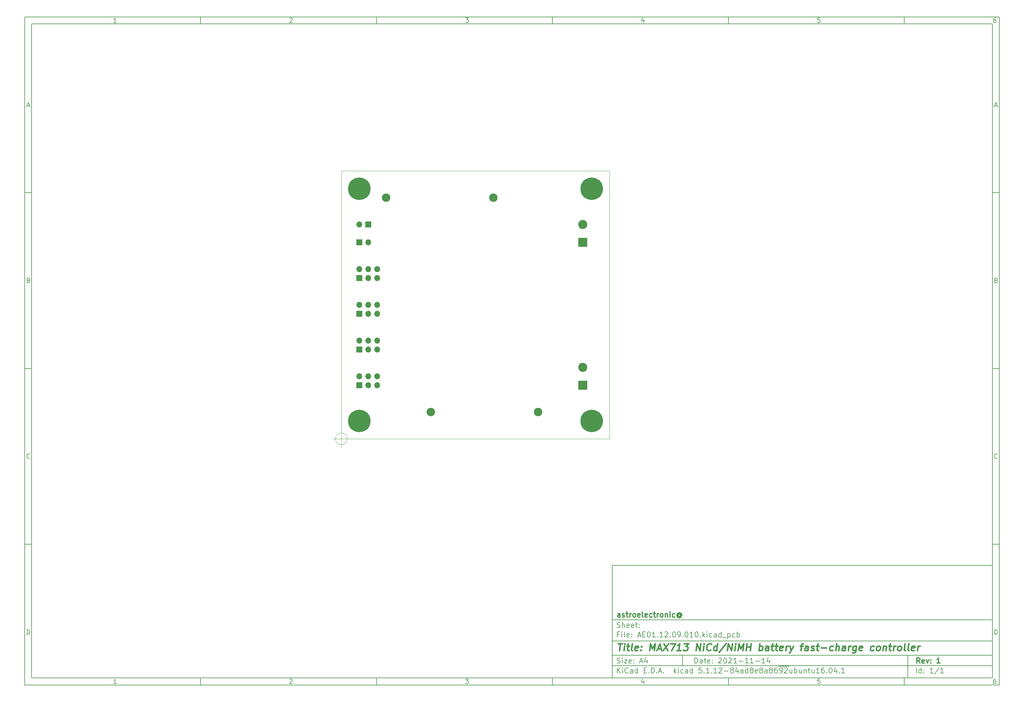
<source format=gbr>
%TF.GenerationSoftware,KiCad,Pcbnew,5.1.12-84ad8e8a86~92~ubuntu16.04.1*%
%TF.CreationDate,2021-11-14T14:14:53+01:00*%
%TF.ProjectId,AE01.12.09.010,41453031-2e31-4322-9e30-392e3031302e,1*%
%TF.SameCoordinates,Original*%
%TF.FileFunction,Soldermask,Bot*%
%TF.FilePolarity,Negative*%
%FSLAX46Y46*%
G04 Gerber Fmt 4.6, Leading zero omitted, Abs format (unit mm)*
G04 Created by KiCad (PCBNEW 5.1.12-84ad8e8a86~92~ubuntu16.04.1) date 2021-11-14 14:14:53*
%MOMM*%
%LPD*%
G01*
G04 APERTURE LIST*
%ADD10C,0.100000*%
%ADD11C,0.150000*%
%ADD12C,0.300000*%
%ADD13C,0.400000*%
%TA.AperFunction,Profile*%
%ADD14C,0.050000*%
%TD*%
%ADD15C,2.400000*%
%ADD16O,2.400000X2.400000*%
%ADD17C,0.800000*%
%ADD18C,6.400000*%
%ADD19R,2.600000X2.600000*%
%ADD20C,2.600000*%
%ADD21R,1.700000X1.700000*%
%ADD22O,1.700000X1.700000*%
G04 APERTURE END LIST*
D10*
D11*
X177002200Y-166007200D02*
X177002200Y-198007200D01*
X285002200Y-198007200D01*
X285002200Y-166007200D01*
X177002200Y-166007200D01*
D10*
D11*
X10000000Y-10000000D02*
X10000000Y-200007200D01*
X287002200Y-200007200D01*
X287002200Y-10000000D01*
X10000000Y-10000000D01*
D10*
D11*
X12000000Y-12000000D02*
X12000000Y-198007200D01*
X285002200Y-198007200D01*
X285002200Y-12000000D01*
X12000000Y-12000000D01*
D10*
D11*
X60000000Y-12000000D02*
X60000000Y-10000000D01*
D10*
D11*
X110000000Y-12000000D02*
X110000000Y-10000000D01*
D10*
D11*
X160000000Y-12000000D02*
X160000000Y-10000000D01*
D10*
D11*
X210000000Y-12000000D02*
X210000000Y-10000000D01*
D10*
D11*
X260000000Y-12000000D02*
X260000000Y-10000000D01*
D10*
D11*
X36065476Y-11588095D02*
X35322619Y-11588095D01*
X35694047Y-11588095D02*
X35694047Y-10288095D01*
X35570238Y-10473809D01*
X35446428Y-10597619D01*
X35322619Y-10659523D01*
D10*
D11*
X85322619Y-10411904D02*
X85384523Y-10350000D01*
X85508333Y-10288095D01*
X85817857Y-10288095D01*
X85941666Y-10350000D01*
X86003571Y-10411904D01*
X86065476Y-10535714D01*
X86065476Y-10659523D01*
X86003571Y-10845238D01*
X85260714Y-11588095D01*
X86065476Y-11588095D01*
D10*
D11*
X135260714Y-10288095D02*
X136065476Y-10288095D01*
X135632142Y-10783333D01*
X135817857Y-10783333D01*
X135941666Y-10845238D01*
X136003571Y-10907142D01*
X136065476Y-11030952D01*
X136065476Y-11340476D01*
X136003571Y-11464285D01*
X135941666Y-11526190D01*
X135817857Y-11588095D01*
X135446428Y-11588095D01*
X135322619Y-11526190D01*
X135260714Y-11464285D01*
D10*
D11*
X185941666Y-10721428D02*
X185941666Y-11588095D01*
X185632142Y-10226190D02*
X185322619Y-11154761D01*
X186127380Y-11154761D01*
D10*
D11*
X236003571Y-10288095D02*
X235384523Y-10288095D01*
X235322619Y-10907142D01*
X235384523Y-10845238D01*
X235508333Y-10783333D01*
X235817857Y-10783333D01*
X235941666Y-10845238D01*
X236003571Y-10907142D01*
X236065476Y-11030952D01*
X236065476Y-11340476D01*
X236003571Y-11464285D01*
X235941666Y-11526190D01*
X235817857Y-11588095D01*
X235508333Y-11588095D01*
X235384523Y-11526190D01*
X235322619Y-11464285D01*
D10*
D11*
X285941666Y-10288095D02*
X285694047Y-10288095D01*
X285570238Y-10350000D01*
X285508333Y-10411904D01*
X285384523Y-10597619D01*
X285322619Y-10845238D01*
X285322619Y-11340476D01*
X285384523Y-11464285D01*
X285446428Y-11526190D01*
X285570238Y-11588095D01*
X285817857Y-11588095D01*
X285941666Y-11526190D01*
X286003571Y-11464285D01*
X286065476Y-11340476D01*
X286065476Y-11030952D01*
X286003571Y-10907142D01*
X285941666Y-10845238D01*
X285817857Y-10783333D01*
X285570238Y-10783333D01*
X285446428Y-10845238D01*
X285384523Y-10907142D01*
X285322619Y-11030952D01*
D10*
D11*
X60000000Y-198007200D02*
X60000000Y-200007200D01*
D10*
D11*
X110000000Y-198007200D02*
X110000000Y-200007200D01*
D10*
D11*
X160000000Y-198007200D02*
X160000000Y-200007200D01*
D10*
D11*
X210000000Y-198007200D02*
X210000000Y-200007200D01*
D10*
D11*
X260000000Y-198007200D02*
X260000000Y-200007200D01*
D10*
D11*
X36065476Y-199595295D02*
X35322619Y-199595295D01*
X35694047Y-199595295D02*
X35694047Y-198295295D01*
X35570238Y-198481009D01*
X35446428Y-198604819D01*
X35322619Y-198666723D01*
D10*
D11*
X85322619Y-198419104D02*
X85384523Y-198357200D01*
X85508333Y-198295295D01*
X85817857Y-198295295D01*
X85941666Y-198357200D01*
X86003571Y-198419104D01*
X86065476Y-198542914D01*
X86065476Y-198666723D01*
X86003571Y-198852438D01*
X85260714Y-199595295D01*
X86065476Y-199595295D01*
D10*
D11*
X135260714Y-198295295D02*
X136065476Y-198295295D01*
X135632142Y-198790533D01*
X135817857Y-198790533D01*
X135941666Y-198852438D01*
X136003571Y-198914342D01*
X136065476Y-199038152D01*
X136065476Y-199347676D01*
X136003571Y-199471485D01*
X135941666Y-199533390D01*
X135817857Y-199595295D01*
X135446428Y-199595295D01*
X135322619Y-199533390D01*
X135260714Y-199471485D01*
D10*
D11*
X185941666Y-198728628D02*
X185941666Y-199595295D01*
X185632142Y-198233390D02*
X185322619Y-199161961D01*
X186127380Y-199161961D01*
D10*
D11*
X236003571Y-198295295D02*
X235384523Y-198295295D01*
X235322619Y-198914342D01*
X235384523Y-198852438D01*
X235508333Y-198790533D01*
X235817857Y-198790533D01*
X235941666Y-198852438D01*
X236003571Y-198914342D01*
X236065476Y-199038152D01*
X236065476Y-199347676D01*
X236003571Y-199471485D01*
X235941666Y-199533390D01*
X235817857Y-199595295D01*
X235508333Y-199595295D01*
X235384523Y-199533390D01*
X235322619Y-199471485D01*
D10*
D11*
X285941666Y-198295295D02*
X285694047Y-198295295D01*
X285570238Y-198357200D01*
X285508333Y-198419104D01*
X285384523Y-198604819D01*
X285322619Y-198852438D01*
X285322619Y-199347676D01*
X285384523Y-199471485D01*
X285446428Y-199533390D01*
X285570238Y-199595295D01*
X285817857Y-199595295D01*
X285941666Y-199533390D01*
X286003571Y-199471485D01*
X286065476Y-199347676D01*
X286065476Y-199038152D01*
X286003571Y-198914342D01*
X285941666Y-198852438D01*
X285817857Y-198790533D01*
X285570238Y-198790533D01*
X285446428Y-198852438D01*
X285384523Y-198914342D01*
X285322619Y-199038152D01*
D10*
D11*
X10000000Y-60000000D02*
X12000000Y-60000000D01*
D10*
D11*
X10000000Y-110000000D02*
X12000000Y-110000000D01*
D10*
D11*
X10000000Y-160000000D02*
X12000000Y-160000000D01*
D10*
D11*
X10690476Y-35216666D02*
X11309523Y-35216666D01*
X10566666Y-35588095D02*
X11000000Y-34288095D01*
X11433333Y-35588095D01*
D10*
D11*
X11092857Y-84907142D02*
X11278571Y-84969047D01*
X11340476Y-85030952D01*
X11402380Y-85154761D01*
X11402380Y-85340476D01*
X11340476Y-85464285D01*
X11278571Y-85526190D01*
X11154761Y-85588095D01*
X10659523Y-85588095D01*
X10659523Y-84288095D01*
X11092857Y-84288095D01*
X11216666Y-84350000D01*
X11278571Y-84411904D01*
X11340476Y-84535714D01*
X11340476Y-84659523D01*
X11278571Y-84783333D01*
X11216666Y-84845238D01*
X11092857Y-84907142D01*
X10659523Y-84907142D01*
D10*
D11*
X11402380Y-135464285D02*
X11340476Y-135526190D01*
X11154761Y-135588095D01*
X11030952Y-135588095D01*
X10845238Y-135526190D01*
X10721428Y-135402380D01*
X10659523Y-135278571D01*
X10597619Y-135030952D01*
X10597619Y-134845238D01*
X10659523Y-134597619D01*
X10721428Y-134473809D01*
X10845238Y-134350000D01*
X11030952Y-134288095D01*
X11154761Y-134288095D01*
X11340476Y-134350000D01*
X11402380Y-134411904D01*
D10*
D11*
X10659523Y-185588095D02*
X10659523Y-184288095D01*
X10969047Y-184288095D01*
X11154761Y-184350000D01*
X11278571Y-184473809D01*
X11340476Y-184597619D01*
X11402380Y-184845238D01*
X11402380Y-185030952D01*
X11340476Y-185278571D01*
X11278571Y-185402380D01*
X11154761Y-185526190D01*
X10969047Y-185588095D01*
X10659523Y-185588095D01*
D10*
D11*
X287002200Y-60000000D02*
X285002200Y-60000000D01*
D10*
D11*
X287002200Y-110000000D02*
X285002200Y-110000000D01*
D10*
D11*
X287002200Y-160000000D02*
X285002200Y-160000000D01*
D10*
D11*
X285692676Y-35216666D02*
X286311723Y-35216666D01*
X285568866Y-35588095D02*
X286002200Y-34288095D01*
X286435533Y-35588095D01*
D10*
D11*
X286095057Y-84907142D02*
X286280771Y-84969047D01*
X286342676Y-85030952D01*
X286404580Y-85154761D01*
X286404580Y-85340476D01*
X286342676Y-85464285D01*
X286280771Y-85526190D01*
X286156961Y-85588095D01*
X285661723Y-85588095D01*
X285661723Y-84288095D01*
X286095057Y-84288095D01*
X286218866Y-84350000D01*
X286280771Y-84411904D01*
X286342676Y-84535714D01*
X286342676Y-84659523D01*
X286280771Y-84783333D01*
X286218866Y-84845238D01*
X286095057Y-84907142D01*
X285661723Y-84907142D01*
D10*
D11*
X286404580Y-135464285D02*
X286342676Y-135526190D01*
X286156961Y-135588095D01*
X286033152Y-135588095D01*
X285847438Y-135526190D01*
X285723628Y-135402380D01*
X285661723Y-135278571D01*
X285599819Y-135030952D01*
X285599819Y-134845238D01*
X285661723Y-134597619D01*
X285723628Y-134473809D01*
X285847438Y-134350000D01*
X286033152Y-134288095D01*
X286156961Y-134288095D01*
X286342676Y-134350000D01*
X286404580Y-134411904D01*
D10*
D11*
X285661723Y-185588095D02*
X285661723Y-184288095D01*
X285971247Y-184288095D01*
X286156961Y-184350000D01*
X286280771Y-184473809D01*
X286342676Y-184597619D01*
X286404580Y-184845238D01*
X286404580Y-185030952D01*
X286342676Y-185278571D01*
X286280771Y-185402380D01*
X286156961Y-185526190D01*
X285971247Y-185588095D01*
X285661723Y-185588095D01*
D10*
D11*
X200434342Y-193785771D02*
X200434342Y-192285771D01*
X200791485Y-192285771D01*
X201005771Y-192357200D01*
X201148628Y-192500057D01*
X201220057Y-192642914D01*
X201291485Y-192928628D01*
X201291485Y-193142914D01*
X201220057Y-193428628D01*
X201148628Y-193571485D01*
X201005771Y-193714342D01*
X200791485Y-193785771D01*
X200434342Y-193785771D01*
X202577200Y-193785771D02*
X202577200Y-193000057D01*
X202505771Y-192857200D01*
X202362914Y-192785771D01*
X202077200Y-192785771D01*
X201934342Y-192857200D01*
X202577200Y-193714342D02*
X202434342Y-193785771D01*
X202077200Y-193785771D01*
X201934342Y-193714342D01*
X201862914Y-193571485D01*
X201862914Y-193428628D01*
X201934342Y-193285771D01*
X202077200Y-193214342D01*
X202434342Y-193214342D01*
X202577200Y-193142914D01*
X203077200Y-192785771D02*
X203648628Y-192785771D01*
X203291485Y-192285771D02*
X203291485Y-193571485D01*
X203362914Y-193714342D01*
X203505771Y-193785771D01*
X203648628Y-193785771D01*
X204720057Y-193714342D02*
X204577200Y-193785771D01*
X204291485Y-193785771D01*
X204148628Y-193714342D01*
X204077200Y-193571485D01*
X204077200Y-193000057D01*
X204148628Y-192857200D01*
X204291485Y-192785771D01*
X204577200Y-192785771D01*
X204720057Y-192857200D01*
X204791485Y-193000057D01*
X204791485Y-193142914D01*
X204077200Y-193285771D01*
X205434342Y-193642914D02*
X205505771Y-193714342D01*
X205434342Y-193785771D01*
X205362914Y-193714342D01*
X205434342Y-193642914D01*
X205434342Y-193785771D01*
X205434342Y-192857200D02*
X205505771Y-192928628D01*
X205434342Y-193000057D01*
X205362914Y-192928628D01*
X205434342Y-192857200D01*
X205434342Y-193000057D01*
X207220057Y-192428628D02*
X207291485Y-192357200D01*
X207434342Y-192285771D01*
X207791485Y-192285771D01*
X207934342Y-192357200D01*
X208005771Y-192428628D01*
X208077200Y-192571485D01*
X208077200Y-192714342D01*
X208005771Y-192928628D01*
X207148628Y-193785771D01*
X208077200Y-193785771D01*
X209005771Y-192285771D02*
X209148628Y-192285771D01*
X209291485Y-192357200D01*
X209362914Y-192428628D01*
X209434342Y-192571485D01*
X209505771Y-192857200D01*
X209505771Y-193214342D01*
X209434342Y-193500057D01*
X209362914Y-193642914D01*
X209291485Y-193714342D01*
X209148628Y-193785771D01*
X209005771Y-193785771D01*
X208862914Y-193714342D01*
X208791485Y-193642914D01*
X208720057Y-193500057D01*
X208648628Y-193214342D01*
X208648628Y-192857200D01*
X208720057Y-192571485D01*
X208791485Y-192428628D01*
X208862914Y-192357200D01*
X209005771Y-192285771D01*
X210077200Y-192428628D02*
X210148628Y-192357200D01*
X210291485Y-192285771D01*
X210648628Y-192285771D01*
X210791485Y-192357200D01*
X210862914Y-192428628D01*
X210934342Y-192571485D01*
X210934342Y-192714342D01*
X210862914Y-192928628D01*
X210005771Y-193785771D01*
X210934342Y-193785771D01*
X212362914Y-193785771D02*
X211505771Y-193785771D01*
X211934342Y-193785771D02*
X211934342Y-192285771D01*
X211791485Y-192500057D01*
X211648628Y-192642914D01*
X211505771Y-192714342D01*
X213005771Y-193214342D02*
X214148628Y-193214342D01*
X215648628Y-193785771D02*
X214791485Y-193785771D01*
X215220057Y-193785771D02*
X215220057Y-192285771D01*
X215077200Y-192500057D01*
X214934342Y-192642914D01*
X214791485Y-192714342D01*
X217077200Y-193785771D02*
X216220057Y-193785771D01*
X216648628Y-193785771D02*
X216648628Y-192285771D01*
X216505771Y-192500057D01*
X216362914Y-192642914D01*
X216220057Y-192714342D01*
X217720057Y-193214342D02*
X218862914Y-193214342D01*
X220362914Y-193785771D02*
X219505771Y-193785771D01*
X219934342Y-193785771D02*
X219934342Y-192285771D01*
X219791485Y-192500057D01*
X219648628Y-192642914D01*
X219505771Y-192714342D01*
X221648628Y-192785771D02*
X221648628Y-193785771D01*
X221291485Y-192214342D02*
X220934342Y-193285771D01*
X221862914Y-193285771D01*
D10*
D11*
X177002200Y-194507200D02*
X285002200Y-194507200D01*
D10*
D11*
X178434342Y-196585771D02*
X178434342Y-195085771D01*
X179291485Y-196585771D02*
X178648628Y-195728628D01*
X179291485Y-195085771D02*
X178434342Y-195942914D01*
X179934342Y-196585771D02*
X179934342Y-195585771D01*
X179934342Y-195085771D02*
X179862914Y-195157200D01*
X179934342Y-195228628D01*
X180005771Y-195157200D01*
X179934342Y-195085771D01*
X179934342Y-195228628D01*
X181505771Y-196442914D02*
X181434342Y-196514342D01*
X181220057Y-196585771D01*
X181077200Y-196585771D01*
X180862914Y-196514342D01*
X180720057Y-196371485D01*
X180648628Y-196228628D01*
X180577200Y-195942914D01*
X180577200Y-195728628D01*
X180648628Y-195442914D01*
X180720057Y-195300057D01*
X180862914Y-195157200D01*
X181077200Y-195085771D01*
X181220057Y-195085771D01*
X181434342Y-195157200D01*
X181505771Y-195228628D01*
X182791485Y-196585771D02*
X182791485Y-195800057D01*
X182720057Y-195657200D01*
X182577200Y-195585771D01*
X182291485Y-195585771D01*
X182148628Y-195657200D01*
X182791485Y-196514342D02*
X182648628Y-196585771D01*
X182291485Y-196585771D01*
X182148628Y-196514342D01*
X182077200Y-196371485D01*
X182077200Y-196228628D01*
X182148628Y-196085771D01*
X182291485Y-196014342D01*
X182648628Y-196014342D01*
X182791485Y-195942914D01*
X184148628Y-196585771D02*
X184148628Y-195085771D01*
X184148628Y-196514342D02*
X184005771Y-196585771D01*
X183720057Y-196585771D01*
X183577200Y-196514342D01*
X183505771Y-196442914D01*
X183434342Y-196300057D01*
X183434342Y-195871485D01*
X183505771Y-195728628D01*
X183577200Y-195657200D01*
X183720057Y-195585771D01*
X184005771Y-195585771D01*
X184148628Y-195657200D01*
X186005771Y-195800057D02*
X186505771Y-195800057D01*
X186720057Y-196585771D02*
X186005771Y-196585771D01*
X186005771Y-195085771D01*
X186720057Y-195085771D01*
X187362914Y-196442914D02*
X187434342Y-196514342D01*
X187362914Y-196585771D01*
X187291485Y-196514342D01*
X187362914Y-196442914D01*
X187362914Y-196585771D01*
X188077200Y-196585771D02*
X188077200Y-195085771D01*
X188434342Y-195085771D01*
X188648628Y-195157200D01*
X188791485Y-195300057D01*
X188862914Y-195442914D01*
X188934342Y-195728628D01*
X188934342Y-195942914D01*
X188862914Y-196228628D01*
X188791485Y-196371485D01*
X188648628Y-196514342D01*
X188434342Y-196585771D01*
X188077200Y-196585771D01*
X189577200Y-196442914D02*
X189648628Y-196514342D01*
X189577200Y-196585771D01*
X189505771Y-196514342D01*
X189577200Y-196442914D01*
X189577200Y-196585771D01*
X190220057Y-196157200D02*
X190934342Y-196157200D01*
X190077200Y-196585771D02*
X190577200Y-195085771D01*
X191077200Y-196585771D01*
X191577200Y-196442914D02*
X191648628Y-196514342D01*
X191577200Y-196585771D01*
X191505771Y-196514342D01*
X191577200Y-196442914D01*
X191577200Y-196585771D01*
X194577200Y-196585771D02*
X194577200Y-195085771D01*
X194720057Y-196014342D02*
X195148628Y-196585771D01*
X195148628Y-195585771D02*
X194577200Y-196157200D01*
X195791485Y-196585771D02*
X195791485Y-195585771D01*
X195791485Y-195085771D02*
X195720057Y-195157200D01*
X195791485Y-195228628D01*
X195862914Y-195157200D01*
X195791485Y-195085771D01*
X195791485Y-195228628D01*
X197148628Y-196514342D02*
X197005771Y-196585771D01*
X196720057Y-196585771D01*
X196577200Y-196514342D01*
X196505771Y-196442914D01*
X196434342Y-196300057D01*
X196434342Y-195871485D01*
X196505771Y-195728628D01*
X196577200Y-195657200D01*
X196720057Y-195585771D01*
X197005771Y-195585771D01*
X197148628Y-195657200D01*
X198434342Y-196585771D02*
X198434342Y-195800057D01*
X198362914Y-195657200D01*
X198220057Y-195585771D01*
X197934342Y-195585771D01*
X197791485Y-195657200D01*
X198434342Y-196514342D02*
X198291485Y-196585771D01*
X197934342Y-196585771D01*
X197791485Y-196514342D01*
X197720057Y-196371485D01*
X197720057Y-196228628D01*
X197791485Y-196085771D01*
X197934342Y-196014342D01*
X198291485Y-196014342D01*
X198434342Y-195942914D01*
X199791485Y-196585771D02*
X199791485Y-195085771D01*
X199791485Y-196514342D02*
X199648628Y-196585771D01*
X199362914Y-196585771D01*
X199220057Y-196514342D01*
X199148628Y-196442914D01*
X199077200Y-196300057D01*
X199077200Y-195871485D01*
X199148628Y-195728628D01*
X199220057Y-195657200D01*
X199362914Y-195585771D01*
X199648628Y-195585771D01*
X199791485Y-195657200D01*
X202362914Y-195085771D02*
X201648628Y-195085771D01*
X201577200Y-195800057D01*
X201648628Y-195728628D01*
X201791485Y-195657200D01*
X202148628Y-195657200D01*
X202291485Y-195728628D01*
X202362914Y-195800057D01*
X202434342Y-195942914D01*
X202434342Y-196300057D01*
X202362914Y-196442914D01*
X202291485Y-196514342D01*
X202148628Y-196585771D01*
X201791485Y-196585771D01*
X201648628Y-196514342D01*
X201577200Y-196442914D01*
X203077200Y-196442914D02*
X203148628Y-196514342D01*
X203077200Y-196585771D01*
X203005771Y-196514342D01*
X203077200Y-196442914D01*
X203077200Y-196585771D01*
X204577200Y-196585771D02*
X203720057Y-196585771D01*
X204148628Y-196585771D02*
X204148628Y-195085771D01*
X204005771Y-195300057D01*
X203862914Y-195442914D01*
X203720057Y-195514342D01*
X205220057Y-196442914D02*
X205291485Y-196514342D01*
X205220057Y-196585771D01*
X205148628Y-196514342D01*
X205220057Y-196442914D01*
X205220057Y-196585771D01*
X206720057Y-196585771D02*
X205862914Y-196585771D01*
X206291485Y-196585771D02*
X206291485Y-195085771D01*
X206148628Y-195300057D01*
X206005771Y-195442914D01*
X205862914Y-195514342D01*
X207291485Y-195228628D02*
X207362914Y-195157200D01*
X207505771Y-195085771D01*
X207862914Y-195085771D01*
X208005771Y-195157200D01*
X208077200Y-195228628D01*
X208148628Y-195371485D01*
X208148628Y-195514342D01*
X208077200Y-195728628D01*
X207220057Y-196585771D01*
X208148628Y-196585771D01*
X208791485Y-196014342D02*
X209934342Y-196014342D01*
X210862914Y-195728628D02*
X210720057Y-195657200D01*
X210648628Y-195585771D01*
X210577200Y-195442914D01*
X210577200Y-195371485D01*
X210648628Y-195228628D01*
X210720057Y-195157200D01*
X210862914Y-195085771D01*
X211148628Y-195085771D01*
X211291485Y-195157200D01*
X211362914Y-195228628D01*
X211434342Y-195371485D01*
X211434342Y-195442914D01*
X211362914Y-195585771D01*
X211291485Y-195657200D01*
X211148628Y-195728628D01*
X210862914Y-195728628D01*
X210720057Y-195800057D01*
X210648628Y-195871485D01*
X210577200Y-196014342D01*
X210577200Y-196300057D01*
X210648628Y-196442914D01*
X210720057Y-196514342D01*
X210862914Y-196585771D01*
X211148628Y-196585771D01*
X211291485Y-196514342D01*
X211362914Y-196442914D01*
X211434342Y-196300057D01*
X211434342Y-196014342D01*
X211362914Y-195871485D01*
X211291485Y-195800057D01*
X211148628Y-195728628D01*
X212720057Y-195585771D02*
X212720057Y-196585771D01*
X212362914Y-195014342D02*
X212005771Y-196085771D01*
X212934342Y-196085771D01*
X214148628Y-196585771D02*
X214148628Y-195800057D01*
X214077200Y-195657200D01*
X213934342Y-195585771D01*
X213648628Y-195585771D01*
X213505771Y-195657200D01*
X214148628Y-196514342D02*
X214005771Y-196585771D01*
X213648628Y-196585771D01*
X213505771Y-196514342D01*
X213434342Y-196371485D01*
X213434342Y-196228628D01*
X213505771Y-196085771D01*
X213648628Y-196014342D01*
X214005771Y-196014342D01*
X214148628Y-195942914D01*
X215505771Y-196585771D02*
X215505771Y-195085771D01*
X215505771Y-196514342D02*
X215362914Y-196585771D01*
X215077200Y-196585771D01*
X214934342Y-196514342D01*
X214862914Y-196442914D01*
X214791485Y-196300057D01*
X214791485Y-195871485D01*
X214862914Y-195728628D01*
X214934342Y-195657200D01*
X215077200Y-195585771D01*
X215362914Y-195585771D01*
X215505771Y-195657200D01*
X216434342Y-195728628D02*
X216291485Y-195657200D01*
X216220057Y-195585771D01*
X216148628Y-195442914D01*
X216148628Y-195371485D01*
X216220057Y-195228628D01*
X216291485Y-195157200D01*
X216434342Y-195085771D01*
X216720057Y-195085771D01*
X216862914Y-195157200D01*
X216934342Y-195228628D01*
X217005771Y-195371485D01*
X217005771Y-195442914D01*
X216934342Y-195585771D01*
X216862914Y-195657200D01*
X216720057Y-195728628D01*
X216434342Y-195728628D01*
X216291485Y-195800057D01*
X216220057Y-195871485D01*
X216148628Y-196014342D01*
X216148628Y-196300057D01*
X216220057Y-196442914D01*
X216291485Y-196514342D01*
X216434342Y-196585771D01*
X216720057Y-196585771D01*
X216862914Y-196514342D01*
X216934342Y-196442914D01*
X217005771Y-196300057D01*
X217005771Y-196014342D01*
X216934342Y-195871485D01*
X216862914Y-195800057D01*
X216720057Y-195728628D01*
X218220057Y-196514342D02*
X218077200Y-196585771D01*
X217791485Y-196585771D01*
X217648628Y-196514342D01*
X217577200Y-196371485D01*
X217577200Y-195800057D01*
X217648628Y-195657200D01*
X217791485Y-195585771D01*
X218077200Y-195585771D01*
X218220057Y-195657200D01*
X218291485Y-195800057D01*
X218291485Y-195942914D01*
X217577200Y-196085771D01*
X219148628Y-195728628D02*
X219005771Y-195657200D01*
X218934342Y-195585771D01*
X218862914Y-195442914D01*
X218862914Y-195371485D01*
X218934342Y-195228628D01*
X219005771Y-195157200D01*
X219148628Y-195085771D01*
X219434342Y-195085771D01*
X219577200Y-195157200D01*
X219648628Y-195228628D01*
X219720057Y-195371485D01*
X219720057Y-195442914D01*
X219648628Y-195585771D01*
X219577200Y-195657200D01*
X219434342Y-195728628D01*
X219148628Y-195728628D01*
X219005771Y-195800057D01*
X218934342Y-195871485D01*
X218862914Y-196014342D01*
X218862914Y-196300057D01*
X218934342Y-196442914D01*
X219005771Y-196514342D01*
X219148628Y-196585771D01*
X219434342Y-196585771D01*
X219577200Y-196514342D01*
X219648628Y-196442914D01*
X219720057Y-196300057D01*
X219720057Y-196014342D01*
X219648628Y-195871485D01*
X219577200Y-195800057D01*
X219434342Y-195728628D01*
X221005771Y-196585771D02*
X221005771Y-195800057D01*
X220934342Y-195657200D01*
X220791485Y-195585771D01*
X220505771Y-195585771D01*
X220362914Y-195657200D01*
X221005771Y-196514342D02*
X220862914Y-196585771D01*
X220505771Y-196585771D01*
X220362914Y-196514342D01*
X220291485Y-196371485D01*
X220291485Y-196228628D01*
X220362914Y-196085771D01*
X220505771Y-196014342D01*
X220862914Y-196014342D01*
X221005771Y-195942914D01*
X221934342Y-195728628D02*
X221791485Y-195657200D01*
X221720057Y-195585771D01*
X221648628Y-195442914D01*
X221648628Y-195371485D01*
X221720057Y-195228628D01*
X221791485Y-195157200D01*
X221934342Y-195085771D01*
X222220057Y-195085771D01*
X222362914Y-195157200D01*
X222434342Y-195228628D01*
X222505771Y-195371485D01*
X222505771Y-195442914D01*
X222434342Y-195585771D01*
X222362914Y-195657200D01*
X222220057Y-195728628D01*
X221934342Y-195728628D01*
X221791485Y-195800057D01*
X221720057Y-195871485D01*
X221648628Y-196014342D01*
X221648628Y-196300057D01*
X221720057Y-196442914D01*
X221791485Y-196514342D01*
X221934342Y-196585771D01*
X222220057Y-196585771D01*
X222362914Y-196514342D01*
X222434342Y-196442914D01*
X222505771Y-196300057D01*
X222505771Y-196014342D01*
X222434342Y-195871485D01*
X222362914Y-195800057D01*
X222220057Y-195728628D01*
X223791485Y-195085771D02*
X223505771Y-195085771D01*
X223362914Y-195157200D01*
X223291485Y-195228628D01*
X223148628Y-195442914D01*
X223077200Y-195728628D01*
X223077200Y-196300057D01*
X223148628Y-196442914D01*
X223220057Y-196514342D01*
X223362914Y-196585771D01*
X223648628Y-196585771D01*
X223791485Y-196514342D01*
X223862914Y-196442914D01*
X223934342Y-196300057D01*
X223934342Y-195942914D01*
X223862914Y-195800057D01*
X223791485Y-195728628D01*
X223648628Y-195657200D01*
X223362914Y-195657200D01*
X223220057Y-195728628D01*
X223148628Y-195800057D01*
X223077200Y-195942914D01*
X224220057Y-194677200D02*
X225648628Y-194677200D01*
X224648628Y-196585771D02*
X224934342Y-196585771D01*
X225077200Y-196514342D01*
X225148628Y-196442914D01*
X225291485Y-196228628D01*
X225362914Y-195942914D01*
X225362914Y-195371485D01*
X225291485Y-195228628D01*
X225220057Y-195157200D01*
X225077200Y-195085771D01*
X224791485Y-195085771D01*
X224648628Y-195157200D01*
X224577200Y-195228628D01*
X224505771Y-195371485D01*
X224505771Y-195728628D01*
X224577200Y-195871485D01*
X224648628Y-195942914D01*
X224791485Y-196014342D01*
X225077200Y-196014342D01*
X225220057Y-195942914D01*
X225291485Y-195871485D01*
X225362914Y-195728628D01*
X225648628Y-194677200D02*
X227077199Y-194677200D01*
X225934342Y-195228628D02*
X226005771Y-195157200D01*
X226148628Y-195085771D01*
X226505771Y-195085771D01*
X226648628Y-195157200D01*
X226720057Y-195228628D01*
X226791485Y-195371485D01*
X226791485Y-195514342D01*
X226720057Y-195728628D01*
X225862914Y-196585771D01*
X226791485Y-196585771D01*
X228077199Y-195585771D02*
X228077199Y-196585771D01*
X227434342Y-195585771D02*
X227434342Y-196371485D01*
X227505771Y-196514342D01*
X227648628Y-196585771D01*
X227862914Y-196585771D01*
X228005771Y-196514342D01*
X228077199Y-196442914D01*
X228791485Y-196585771D02*
X228791485Y-195085771D01*
X228791485Y-195657200D02*
X228934342Y-195585771D01*
X229220057Y-195585771D01*
X229362914Y-195657200D01*
X229434342Y-195728628D01*
X229505771Y-195871485D01*
X229505771Y-196300057D01*
X229434342Y-196442914D01*
X229362914Y-196514342D01*
X229220057Y-196585771D01*
X228934342Y-196585771D01*
X228791485Y-196514342D01*
X230791485Y-195585771D02*
X230791485Y-196585771D01*
X230148628Y-195585771D02*
X230148628Y-196371485D01*
X230220057Y-196514342D01*
X230362914Y-196585771D01*
X230577199Y-196585771D01*
X230720057Y-196514342D01*
X230791485Y-196442914D01*
X231505771Y-195585771D02*
X231505771Y-196585771D01*
X231505771Y-195728628D02*
X231577199Y-195657200D01*
X231720057Y-195585771D01*
X231934342Y-195585771D01*
X232077199Y-195657200D01*
X232148628Y-195800057D01*
X232148628Y-196585771D01*
X232648628Y-195585771D02*
X233220057Y-195585771D01*
X232862914Y-195085771D02*
X232862914Y-196371485D01*
X232934342Y-196514342D01*
X233077200Y-196585771D01*
X233220057Y-196585771D01*
X234362914Y-195585771D02*
X234362914Y-196585771D01*
X233720057Y-195585771D02*
X233720057Y-196371485D01*
X233791485Y-196514342D01*
X233934342Y-196585771D01*
X234148628Y-196585771D01*
X234291485Y-196514342D01*
X234362914Y-196442914D01*
X235862914Y-196585771D02*
X235005771Y-196585771D01*
X235434342Y-196585771D02*
X235434342Y-195085771D01*
X235291485Y-195300057D01*
X235148628Y-195442914D01*
X235005771Y-195514342D01*
X237148628Y-195085771D02*
X236862914Y-195085771D01*
X236720057Y-195157200D01*
X236648628Y-195228628D01*
X236505771Y-195442914D01*
X236434342Y-195728628D01*
X236434342Y-196300057D01*
X236505771Y-196442914D01*
X236577199Y-196514342D01*
X236720057Y-196585771D01*
X237005771Y-196585771D01*
X237148628Y-196514342D01*
X237220057Y-196442914D01*
X237291485Y-196300057D01*
X237291485Y-195942914D01*
X237220057Y-195800057D01*
X237148628Y-195728628D01*
X237005771Y-195657200D01*
X236720057Y-195657200D01*
X236577199Y-195728628D01*
X236505771Y-195800057D01*
X236434342Y-195942914D01*
X237934342Y-196442914D02*
X238005771Y-196514342D01*
X237934342Y-196585771D01*
X237862914Y-196514342D01*
X237934342Y-196442914D01*
X237934342Y-196585771D01*
X238934342Y-195085771D02*
X239077199Y-195085771D01*
X239220057Y-195157200D01*
X239291485Y-195228628D01*
X239362914Y-195371485D01*
X239434342Y-195657200D01*
X239434342Y-196014342D01*
X239362914Y-196300057D01*
X239291485Y-196442914D01*
X239220057Y-196514342D01*
X239077199Y-196585771D01*
X238934342Y-196585771D01*
X238791485Y-196514342D01*
X238720057Y-196442914D01*
X238648628Y-196300057D01*
X238577199Y-196014342D01*
X238577199Y-195657200D01*
X238648628Y-195371485D01*
X238720057Y-195228628D01*
X238791485Y-195157200D01*
X238934342Y-195085771D01*
X240720057Y-195585771D02*
X240720057Y-196585771D01*
X240362914Y-195014342D02*
X240005771Y-196085771D01*
X240934342Y-196085771D01*
X241505771Y-196442914D02*
X241577199Y-196514342D01*
X241505771Y-196585771D01*
X241434342Y-196514342D01*
X241505771Y-196442914D01*
X241505771Y-196585771D01*
X243005771Y-196585771D02*
X242148628Y-196585771D01*
X242577199Y-196585771D02*
X242577199Y-195085771D01*
X242434342Y-195300057D01*
X242291485Y-195442914D01*
X242148628Y-195514342D01*
D10*
D11*
X177002200Y-191507200D02*
X285002200Y-191507200D01*
D10*
D12*
X264411485Y-193785771D02*
X263911485Y-193071485D01*
X263554342Y-193785771D02*
X263554342Y-192285771D01*
X264125771Y-192285771D01*
X264268628Y-192357200D01*
X264340057Y-192428628D01*
X264411485Y-192571485D01*
X264411485Y-192785771D01*
X264340057Y-192928628D01*
X264268628Y-193000057D01*
X264125771Y-193071485D01*
X263554342Y-193071485D01*
X265625771Y-193714342D02*
X265482914Y-193785771D01*
X265197200Y-193785771D01*
X265054342Y-193714342D01*
X264982914Y-193571485D01*
X264982914Y-193000057D01*
X265054342Y-192857200D01*
X265197200Y-192785771D01*
X265482914Y-192785771D01*
X265625771Y-192857200D01*
X265697200Y-193000057D01*
X265697200Y-193142914D01*
X264982914Y-193285771D01*
X266197200Y-192785771D02*
X266554342Y-193785771D01*
X266911485Y-192785771D01*
X267482914Y-193642914D02*
X267554342Y-193714342D01*
X267482914Y-193785771D01*
X267411485Y-193714342D01*
X267482914Y-193642914D01*
X267482914Y-193785771D01*
X267482914Y-192857200D02*
X267554342Y-192928628D01*
X267482914Y-193000057D01*
X267411485Y-192928628D01*
X267482914Y-192857200D01*
X267482914Y-193000057D01*
X270125771Y-193785771D02*
X269268628Y-193785771D01*
X269697200Y-193785771D02*
X269697200Y-192285771D01*
X269554342Y-192500057D01*
X269411485Y-192642914D01*
X269268628Y-192714342D01*
D10*
D11*
X178362914Y-193714342D02*
X178577200Y-193785771D01*
X178934342Y-193785771D01*
X179077200Y-193714342D01*
X179148628Y-193642914D01*
X179220057Y-193500057D01*
X179220057Y-193357200D01*
X179148628Y-193214342D01*
X179077200Y-193142914D01*
X178934342Y-193071485D01*
X178648628Y-193000057D01*
X178505771Y-192928628D01*
X178434342Y-192857200D01*
X178362914Y-192714342D01*
X178362914Y-192571485D01*
X178434342Y-192428628D01*
X178505771Y-192357200D01*
X178648628Y-192285771D01*
X179005771Y-192285771D01*
X179220057Y-192357200D01*
X179862914Y-193785771D02*
X179862914Y-192785771D01*
X179862914Y-192285771D02*
X179791485Y-192357200D01*
X179862914Y-192428628D01*
X179934342Y-192357200D01*
X179862914Y-192285771D01*
X179862914Y-192428628D01*
X180434342Y-192785771D02*
X181220057Y-192785771D01*
X180434342Y-193785771D01*
X181220057Y-193785771D01*
X182362914Y-193714342D02*
X182220057Y-193785771D01*
X181934342Y-193785771D01*
X181791485Y-193714342D01*
X181720057Y-193571485D01*
X181720057Y-193000057D01*
X181791485Y-192857200D01*
X181934342Y-192785771D01*
X182220057Y-192785771D01*
X182362914Y-192857200D01*
X182434342Y-193000057D01*
X182434342Y-193142914D01*
X181720057Y-193285771D01*
X183077200Y-193642914D02*
X183148628Y-193714342D01*
X183077200Y-193785771D01*
X183005771Y-193714342D01*
X183077200Y-193642914D01*
X183077200Y-193785771D01*
X183077200Y-192857200D02*
X183148628Y-192928628D01*
X183077200Y-193000057D01*
X183005771Y-192928628D01*
X183077200Y-192857200D01*
X183077200Y-193000057D01*
X184862914Y-193357200D02*
X185577200Y-193357200D01*
X184720057Y-193785771D02*
X185220057Y-192285771D01*
X185720057Y-193785771D01*
X186862914Y-192785771D02*
X186862914Y-193785771D01*
X186505771Y-192214342D02*
X186148628Y-193285771D01*
X187077200Y-193285771D01*
D10*
D11*
X263434342Y-196585771D02*
X263434342Y-195085771D01*
X264791485Y-196585771D02*
X264791485Y-195085771D01*
X264791485Y-196514342D02*
X264648628Y-196585771D01*
X264362914Y-196585771D01*
X264220057Y-196514342D01*
X264148628Y-196442914D01*
X264077200Y-196300057D01*
X264077200Y-195871485D01*
X264148628Y-195728628D01*
X264220057Y-195657200D01*
X264362914Y-195585771D01*
X264648628Y-195585771D01*
X264791485Y-195657200D01*
X265505771Y-196442914D02*
X265577200Y-196514342D01*
X265505771Y-196585771D01*
X265434342Y-196514342D01*
X265505771Y-196442914D01*
X265505771Y-196585771D01*
X265505771Y-195657200D02*
X265577200Y-195728628D01*
X265505771Y-195800057D01*
X265434342Y-195728628D01*
X265505771Y-195657200D01*
X265505771Y-195800057D01*
X268148628Y-196585771D02*
X267291485Y-196585771D01*
X267720057Y-196585771D02*
X267720057Y-195085771D01*
X267577200Y-195300057D01*
X267434342Y-195442914D01*
X267291485Y-195514342D01*
X269862914Y-195014342D02*
X268577200Y-196942914D01*
X271148628Y-196585771D02*
X270291485Y-196585771D01*
X270720057Y-196585771D02*
X270720057Y-195085771D01*
X270577200Y-195300057D01*
X270434342Y-195442914D01*
X270291485Y-195514342D01*
D10*
D11*
X177002200Y-187507200D02*
X285002200Y-187507200D01*
D10*
D13*
X178714580Y-188211961D02*
X179857438Y-188211961D01*
X179036009Y-190211961D02*
X179286009Y-188211961D01*
X180274104Y-190211961D02*
X180440771Y-188878628D01*
X180524104Y-188211961D02*
X180416961Y-188307200D01*
X180500295Y-188402438D01*
X180607438Y-188307200D01*
X180524104Y-188211961D01*
X180500295Y-188402438D01*
X181107438Y-188878628D02*
X181869342Y-188878628D01*
X181476485Y-188211961D02*
X181262200Y-189926247D01*
X181333628Y-190116723D01*
X181512200Y-190211961D01*
X181702676Y-190211961D01*
X182655057Y-190211961D02*
X182476485Y-190116723D01*
X182405057Y-189926247D01*
X182619342Y-188211961D01*
X184190771Y-190116723D02*
X183988390Y-190211961D01*
X183607438Y-190211961D01*
X183428866Y-190116723D01*
X183357438Y-189926247D01*
X183452676Y-189164342D01*
X183571723Y-188973866D01*
X183774104Y-188878628D01*
X184155057Y-188878628D01*
X184333628Y-188973866D01*
X184405057Y-189164342D01*
X184381247Y-189354819D01*
X183405057Y-189545295D01*
X185155057Y-190021485D02*
X185238390Y-190116723D01*
X185131247Y-190211961D01*
X185047914Y-190116723D01*
X185155057Y-190021485D01*
X185131247Y-190211961D01*
X185286009Y-188973866D02*
X185369342Y-189069104D01*
X185262200Y-189164342D01*
X185178866Y-189069104D01*
X185286009Y-188973866D01*
X185262200Y-189164342D01*
X187607438Y-190211961D02*
X187857438Y-188211961D01*
X188345533Y-189640533D01*
X189190771Y-188211961D01*
X188940771Y-190211961D01*
X189869342Y-189640533D02*
X190821723Y-189640533D01*
X189607438Y-190211961D02*
X190524104Y-188211961D01*
X190940771Y-190211961D01*
X191666961Y-188211961D02*
X192750295Y-190211961D01*
X193000295Y-188211961D02*
X191416961Y-190211961D01*
X193571723Y-188211961D02*
X194905057Y-188211961D01*
X193797914Y-190211961D01*
X196464580Y-190211961D02*
X195321723Y-190211961D01*
X195893152Y-190211961D02*
X196143152Y-188211961D01*
X195916961Y-188497676D01*
X195702676Y-188688152D01*
X195500295Y-188783390D01*
X197381247Y-188211961D02*
X198619342Y-188211961D01*
X197857438Y-188973866D01*
X198143152Y-188973866D01*
X198321723Y-189069104D01*
X198405057Y-189164342D01*
X198476485Y-189354819D01*
X198416961Y-189831009D01*
X198297914Y-190021485D01*
X198190771Y-190116723D01*
X197988390Y-190211961D01*
X197416961Y-190211961D01*
X197238390Y-190116723D01*
X197155057Y-190021485D01*
X200750295Y-190211961D02*
X201000295Y-188211961D01*
X201893152Y-190211961D01*
X202143152Y-188211961D01*
X202845533Y-190211961D02*
X203012200Y-188878628D01*
X203095533Y-188211961D02*
X202988390Y-188307200D01*
X203071723Y-188402438D01*
X203178866Y-188307200D01*
X203095533Y-188211961D01*
X203071723Y-188402438D01*
X204964580Y-190021485D02*
X204857438Y-190116723D01*
X204559819Y-190211961D01*
X204369342Y-190211961D01*
X204095533Y-190116723D01*
X203928866Y-189926247D01*
X203857438Y-189735771D01*
X203809819Y-189354819D01*
X203845533Y-189069104D01*
X203988390Y-188688152D01*
X204107438Y-188497676D01*
X204321723Y-188307200D01*
X204619342Y-188211961D01*
X204809819Y-188211961D01*
X205083628Y-188307200D01*
X205166961Y-188402438D01*
X206655057Y-190211961D02*
X206905057Y-188211961D01*
X206666961Y-190116723D02*
X206464580Y-190211961D01*
X206083628Y-190211961D01*
X205905057Y-190116723D01*
X205821723Y-190021485D01*
X205750295Y-189831009D01*
X205821723Y-189259580D01*
X205940771Y-189069104D01*
X206047914Y-188973866D01*
X206250295Y-188878628D01*
X206631247Y-188878628D01*
X206809819Y-188973866D01*
X209297914Y-188116723D02*
X207262200Y-190688152D01*
X209702676Y-190211961D02*
X209952676Y-188211961D01*
X210845533Y-190211961D01*
X211095533Y-188211961D01*
X211797914Y-190211961D02*
X211964580Y-188878628D01*
X212047914Y-188211961D02*
X211940771Y-188307200D01*
X212024104Y-188402438D01*
X212131247Y-188307200D01*
X212047914Y-188211961D01*
X212024104Y-188402438D01*
X212750295Y-190211961D02*
X213000295Y-188211961D01*
X213488390Y-189640533D01*
X214333628Y-188211961D01*
X214083628Y-190211961D01*
X215036009Y-190211961D02*
X215286009Y-188211961D01*
X215166961Y-189164342D02*
X216309819Y-189164342D01*
X216178866Y-190211961D02*
X216428866Y-188211961D01*
X218655057Y-190211961D02*
X218905057Y-188211961D01*
X218809819Y-188973866D02*
X219012200Y-188878628D01*
X219393152Y-188878628D01*
X219571723Y-188973866D01*
X219655057Y-189069104D01*
X219726485Y-189259580D01*
X219655057Y-189831009D01*
X219536009Y-190021485D01*
X219428866Y-190116723D01*
X219226485Y-190211961D01*
X218845533Y-190211961D01*
X218666961Y-190116723D01*
X221321723Y-190211961D02*
X221452676Y-189164342D01*
X221381247Y-188973866D01*
X221202676Y-188878628D01*
X220821723Y-188878628D01*
X220619342Y-188973866D01*
X221333628Y-190116723D02*
X221131247Y-190211961D01*
X220655057Y-190211961D01*
X220476485Y-190116723D01*
X220405057Y-189926247D01*
X220428866Y-189735771D01*
X220547914Y-189545295D01*
X220750295Y-189450057D01*
X221226485Y-189450057D01*
X221428866Y-189354819D01*
X222155057Y-188878628D02*
X222916961Y-188878628D01*
X222524104Y-188211961D02*
X222309819Y-189926247D01*
X222381247Y-190116723D01*
X222559819Y-190211961D01*
X222750295Y-190211961D01*
X223297914Y-188878628D02*
X224059819Y-188878628D01*
X223666961Y-188211961D02*
X223452676Y-189926247D01*
X223524104Y-190116723D01*
X223702676Y-190211961D01*
X223893152Y-190211961D01*
X225333628Y-190116723D02*
X225131247Y-190211961D01*
X224750295Y-190211961D01*
X224571723Y-190116723D01*
X224500295Y-189926247D01*
X224595533Y-189164342D01*
X224714580Y-188973866D01*
X224916961Y-188878628D01*
X225297914Y-188878628D01*
X225476485Y-188973866D01*
X225547914Y-189164342D01*
X225524104Y-189354819D01*
X224547914Y-189545295D01*
X226274104Y-190211961D02*
X226440771Y-188878628D01*
X226393152Y-189259580D02*
X226512200Y-189069104D01*
X226619342Y-188973866D01*
X226821723Y-188878628D01*
X227012199Y-188878628D01*
X227488390Y-188878628D02*
X227797914Y-190211961D01*
X228440771Y-188878628D02*
X227797914Y-190211961D01*
X227547914Y-190688152D01*
X227440771Y-190783390D01*
X227238390Y-190878628D01*
X230440771Y-188878628D02*
X231202676Y-188878628D01*
X230559819Y-190211961D02*
X230774104Y-188497676D01*
X230893152Y-188307200D01*
X231095533Y-188211961D01*
X231286009Y-188211961D01*
X232559819Y-190211961D02*
X232690771Y-189164342D01*
X232619342Y-188973866D01*
X232440771Y-188878628D01*
X232059819Y-188878628D01*
X231857438Y-188973866D01*
X232571723Y-190116723D02*
X232369342Y-190211961D01*
X231893152Y-190211961D01*
X231714580Y-190116723D01*
X231643152Y-189926247D01*
X231666961Y-189735771D01*
X231786009Y-189545295D01*
X231988390Y-189450057D01*
X232464580Y-189450057D01*
X232666961Y-189354819D01*
X233428866Y-190116723D02*
X233607438Y-190211961D01*
X233988390Y-190211961D01*
X234190771Y-190116723D01*
X234309819Y-189926247D01*
X234321723Y-189831009D01*
X234250295Y-189640533D01*
X234071723Y-189545295D01*
X233786009Y-189545295D01*
X233607438Y-189450057D01*
X233536009Y-189259580D01*
X233547914Y-189164342D01*
X233666961Y-188973866D01*
X233869342Y-188878628D01*
X234155057Y-188878628D01*
X234333628Y-188973866D01*
X235012199Y-188878628D02*
X235774104Y-188878628D01*
X235381247Y-188211961D02*
X235166961Y-189926247D01*
X235238390Y-190116723D01*
X235416961Y-190211961D01*
X235607438Y-190211961D01*
X236369342Y-189450057D02*
X237893152Y-189450057D01*
X239619342Y-190116723D02*
X239416961Y-190211961D01*
X239036009Y-190211961D01*
X238857438Y-190116723D01*
X238774104Y-190021485D01*
X238702676Y-189831009D01*
X238774104Y-189259580D01*
X238893152Y-189069104D01*
X239000295Y-188973866D01*
X239202676Y-188878628D01*
X239583628Y-188878628D01*
X239762199Y-188973866D01*
X240464580Y-190211961D02*
X240714580Y-188211961D01*
X241321723Y-190211961D02*
X241452676Y-189164342D01*
X241381247Y-188973866D01*
X241202676Y-188878628D01*
X240916961Y-188878628D01*
X240714580Y-188973866D01*
X240607438Y-189069104D01*
X243131247Y-190211961D02*
X243262199Y-189164342D01*
X243190771Y-188973866D01*
X243012199Y-188878628D01*
X242631247Y-188878628D01*
X242428866Y-188973866D01*
X243143152Y-190116723D02*
X242940771Y-190211961D01*
X242464580Y-190211961D01*
X242286009Y-190116723D01*
X242214580Y-189926247D01*
X242238390Y-189735771D01*
X242357438Y-189545295D01*
X242559819Y-189450057D01*
X243036009Y-189450057D01*
X243238390Y-189354819D01*
X244083628Y-190211961D02*
X244250295Y-188878628D01*
X244202676Y-189259580D02*
X244321723Y-189069104D01*
X244428866Y-188973866D01*
X244631247Y-188878628D01*
X244821723Y-188878628D01*
X246345533Y-188878628D02*
X246143152Y-190497676D01*
X246024104Y-190688152D01*
X245916961Y-190783390D01*
X245714580Y-190878628D01*
X245428866Y-190878628D01*
X245250295Y-190783390D01*
X246190771Y-190116723D02*
X245988390Y-190211961D01*
X245607438Y-190211961D01*
X245428866Y-190116723D01*
X245345533Y-190021485D01*
X245274104Y-189831009D01*
X245345533Y-189259580D01*
X245464580Y-189069104D01*
X245571723Y-188973866D01*
X245774104Y-188878628D01*
X246155057Y-188878628D01*
X246333628Y-188973866D01*
X247905057Y-190116723D02*
X247702676Y-190211961D01*
X247321723Y-190211961D01*
X247143152Y-190116723D01*
X247071723Y-189926247D01*
X247166961Y-189164342D01*
X247286009Y-188973866D01*
X247488390Y-188878628D01*
X247869342Y-188878628D01*
X248047914Y-188973866D01*
X248119342Y-189164342D01*
X248095533Y-189354819D01*
X247119342Y-189545295D01*
X251238390Y-190116723D02*
X251036009Y-190211961D01*
X250655057Y-190211961D01*
X250476485Y-190116723D01*
X250393152Y-190021485D01*
X250321723Y-189831009D01*
X250393152Y-189259580D01*
X250512200Y-189069104D01*
X250619342Y-188973866D01*
X250821723Y-188878628D01*
X251202676Y-188878628D01*
X251381247Y-188973866D01*
X252369342Y-190211961D02*
X252190771Y-190116723D01*
X252107438Y-190021485D01*
X252036009Y-189831009D01*
X252107438Y-189259580D01*
X252226485Y-189069104D01*
X252333628Y-188973866D01*
X252536009Y-188878628D01*
X252821723Y-188878628D01*
X253000295Y-188973866D01*
X253083628Y-189069104D01*
X253155057Y-189259580D01*
X253083628Y-189831009D01*
X252964580Y-190021485D01*
X252857438Y-190116723D01*
X252655057Y-190211961D01*
X252369342Y-190211961D01*
X254059819Y-188878628D02*
X253893152Y-190211961D01*
X254036009Y-189069104D02*
X254143152Y-188973866D01*
X254345533Y-188878628D01*
X254631247Y-188878628D01*
X254809819Y-188973866D01*
X254881247Y-189164342D01*
X254750295Y-190211961D01*
X255583628Y-188878628D02*
X256345533Y-188878628D01*
X255952676Y-188211961D02*
X255738390Y-189926247D01*
X255809819Y-190116723D01*
X255988390Y-190211961D01*
X256178866Y-190211961D01*
X256845533Y-190211961D02*
X257012200Y-188878628D01*
X256964580Y-189259580D02*
X257083628Y-189069104D01*
X257190771Y-188973866D01*
X257393152Y-188878628D01*
X257583628Y-188878628D01*
X258369342Y-190211961D02*
X258190771Y-190116723D01*
X258107438Y-190021485D01*
X258036009Y-189831009D01*
X258107438Y-189259580D01*
X258226485Y-189069104D01*
X258333628Y-188973866D01*
X258536009Y-188878628D01*
X258821723Y-188878628D01*
X259000295Y-188973866D01*
X259083628Y-189069104D01*
X259155057Y-189259580D01*
X259083628Y-189831009D01*
X258964580Y-190021485D01*
X258857438Y-190116723D01*
X258655057Y-190211961D01*
X258369342Y-190211961D01*
X260178866Y-190211961D02*
X260000295Y-190116723D01*
X259928866Y-189926247D01*
X260143152Y-188211961D01*
X261226485Y-190211961D02*
X261047914Y-190116723D01*
X260976485Y-189926247D01*
X261190771Y-188211961D01*
X262762199Y-190116723D02*
X262559819Y-190211961D01*
X262178866Y-190211961D01*
X262000295Y-190116723D01*
X261928866Y-189926247D01*
X262024104Y-189164342D01*
X262143152Y-188973866D01*
X262345533Y-188878628D01*
X262726485Y-188878628D01*
X262905057Y-188973866D01*
X262976485Y-189164342D01*
X262952676Y-189354819D01*
X261976485Y-189545295D01*
X263702676Y-190211961D02*
X263869342Y-188878628D01*
X263821723Y-189259580D02*
X263940771Y-189069104D01*
X264047914Y-188973866D01*
X264250295Y-188878628D01*
X264440771Y-188878628D01*
D10*
D11*
X178934342Y-185600057D02*
X178434342Y-185600057D01*
X178434342Y-186385771D02*
X178434342Y-184885771D01*
X179148628Y-184885771D01*
X179720057Y-186385771D02*
X179720057Y-185385771D01*
X179720057Y-184885771D02*
X179648628Y-184957200D01*
X179720057Y-185028628D01*
X179791485Y-184957200D01*
X179720057Y-184885771D01*
X179720057Y-185028628D01*
X180648628Y-186385771D02*
X180505771Y-186314342D01*
X180434342Y-186171485D01*
X180434342Y-184885771D01*
X181791485Y-186314342D02*
X181648628Y-186385771D01*
X181362914Y-186385771D01*
X181220057Y-186314342D01*
X181148628Y-186171485D01*
X181148628Y-185600057D01*
X181220057Y-185457200D01*
X181362914Y-185385771D01*
X181648628Y-185385771D01*
X181791485Y-185457200D01*
X181862914Y-185600057D01*
X181862914Y-185742914D01*
X181148628Y-185885771D01*
X182505771Y-186242914D02*
X182577200Y-186314342D01*
X182505771Y-186385771D01*
X182434342Y-186314342D01*
X182505771Y-186242914D01*
X182505771Y-186385771D01*
X182505771Y-185457200D02*
X182577200Y-185528628D01*
X182505771Y-185600057D01*
X182434342Y-185528628D01*
X182505771Y-185457200D01*
X182505771Y-185600057D01*
X184291485Y-185957200D02*
X185005771Y-185957200D01*
X184148628Y-186385771D02*
X184648628Y-184885771D01*
X185148628Y-186385771D01*
X185648628Y-185600057D02*
X186148628Y-185600057D01*
X186362914Y-186385771D02*
X185648628Y-186385771D01*
X185648628Y-184885771D01*
X186362914Y-184885771D01*
X187291485Y-184885771D02*
X187434342Y-184885771D01*
X187577200Y-184957200D01*
X187648628Y-185028628D01*
X187720057Y-185171485D01*
X187791485Y-185457200D01*
X187791485Y-185814342D01*
X187720057Y-186100057D01*
X187648628Y-186242914D01*
X187577200Y-186314342D01*
X187434342Y-186385771D01*
X187291485Y-186385771D01*
X187148628Y-186314342D01*
X187077200Y-186242914D01*
X187005771Y-186100057D01*
X186934342Y-185814342D01*
X186934342Y-185457200D01*
X187005771Y-185171485D01*
X187077200Y-185028628D01*
X187148628Y-184957200D01*
X187291485Y-184885771D01*
X189220057Y-186385771D02*
X188362914Y-186385771D01*
X188791485Y-186385771D02*
X188791485Y-184885771D01*
X188648628Y-185100057D01*
X188505771Y-185242914D01*
X188362914Y-185314342D01*
X189862914Y-186242914D02*
X189934342Y-186314342D01*
X189862914Y-186385771D01*
X189791485Y-186314342D01*
X189862914Y-186242914D01*
X189862914Y-186385771D01*
X191362914Y-186385771D02*
X190505771Y-186385771D01*
X190934342Y-186385771D02*
X190934342Y-184885771D01*
X190791485Y-185100057D01*
X190648628Y-185242914D01*
X190505771Y-185314342D01*
X191934342Y-185028628D02*
X192005771Y-184957200D01*
X192148628Y-184885771D01*
X192505771Y-184885771D01*
X192648628Y-184957200D01*
X192720057Y-185028628D01*
X192791485Y-185171485D01*
X192791485Y-185314342D01*
X192720057Y-185528628D01*
X191862914Y-186385771D01*
X192791485Y-186385771D01*
X193434342Y-186242914D02*
X193505771Y-186314342D01*
X193434342Y-186385771D01*
X193362914Y-186314342D01*
X193434342Y-186242914D01*
X193434342Y-186385771D01*
X194434342Y-184885771D02*
X194577200Y-184885771D01*
X194720057Y-184957200D01*
X194791485Y-185028628D01*
X194862914Y-185171485D01*
X194934342Y-185457200D01*
X194934342Y-185814342D01*
X194862914Y-186100057D01*
X194791485Y-186242914D01*
X194720057Y-186314342D01*
X194577200Y-186385771D01*
X194434342Y-186385771D01*
X194291485Y-186314342D01*
X194220057Y-186242914D01*
X194148628Y-186100057D01*
X194077200Y-185814342D01*
X194077200Y-185457200D01*
X194148628Y-185171485D01*
X194220057Y-185028628D01*
X194291485Y-184957200D01*
X194434342Y-184885771D01*
X195648628Y-186385771D02*
X195934342Y-186385771D01*
X196077200Y-186314342D01*
X196148628Y-186242914D01*
X196291485Y-186028628D01*
X196362914Y-185742914D01*
X196362914Y-185171485D01*
X196291485Y-185028628D01*
X196220057Y-184957200D01*
X196077200Y-184885771D01*
X195791485Y-184885771D01*
X195648628Y-184957200D01*
X195577200Y-185028628D01*
X195505771Y-185171485D01*
X195505771Y-185528628D01*
X195577200Y-185671485D01*
X195648628Y-185742914D01*
X195791485Y-185814342D01*
X196077200Y-185814342D01*
X196220057Y-185742914D01*
X196291485Y-185671485D01*
X196362914Y-185528628D01*
X197005771Y-186242914D02*
X197077200Y-186314342D01*
X197005771Y-186385771D01*
X196934342Y-186314342D01*
X197005771Y-186242914D01*
X197005771Y-186385771D01*
X198005771Y-184885771D02*
X198148628Y-184885771D01*
X198291485Y-184957200D01*
X198362914Y-185028628D01*
X198434342Y-185171485D01*
X198505771Y-185457200D01*
X198505771Y-185814342D01*
X198434342Y-186100057D01*
X198362914Y-186242914D01*
X198291485Y-186314342D01*
X198148628Y-186385771D01*
X198005771Y-186385771D01*
X197862914Y-186314342D01*
X197791485Y-186242914D01*
X197720057Y-186100057D01*
X197648628Y-185814342D01*
X197648628Y-185457200D01*
X197720057Y-185171485D01*
X197791485Y-185028628D01*
X197862914Y-184957200D01*
X198005771Y-184885771D01*
X199934342Y-186385771D02*
X199077200Y-186385771D01*
X199505771Y-186385771D02*
X199505771Y-184885771D01*
X199362914Y-185100057D01*
X199220057Y-185242914D01*
X199077200Y-185314342D01*
X200862914Y-184885771D02*
X201005771Y-184885771D01*
X201148628Y-184957200D01*
X201220057Y-185028628D01*
X201291485Y-185171485D01*
X201362914Y-185457200D01*
X201362914Y-185814342D01*
X201291485Y-186100057D01*
X201220057Y-186242914D01*
X201148628Y-186314342D01*
X201005771Y-186385771D01*
X200862914Y-186385771D01*
X200720057Y-186314342D01*
X200648628Y-186242914D01*
X200577200Y-186100057D01*
X200505771Y-185814342D01*
X200505771Y-185457200D01*
X200577200Y-185171485D01*
X200648628Y-185028628D01*
X200720057Y-184957200D01*
X200862914Y-184885771D01*
X202005771Y-186242914D02*
X202077200Y-186314342D01*
X202005771Y-186385771D01*
X201934342Y-186314342D01*
X202005771Y-186242914D01*
X202005771Y-186385771D01*
X202720057Y-186385771D02*
X202720057Y-184885771D01*
X202862914Y-185814342D02*
X203291485Y-186385771D01*
X203291485Y-185385771D02*
X202720057Y-185957200D01*
X203934342Y-186385771D02*
X203934342Y-185385771D01*
X203934342Y-184885771D02*
X203862914Y-184957200D01*
X203934342Y-185028628D01*
X204005771Y-184957200D01*
X203934342Y-184885771D01*
X203934342Y-185028628D01*
X205291485Y-186314342D02*
X205148628Y-186385771D01*
X204862914Y-186385771D01*
X204720057Y-186314342D01*
X204648628Y-186242914D01*
X204577200Y-186100057D01*
X204577200Y-185671485D01*
X204648628Y-185528628D01*
X204720057Y-185457200D01*
X204862914Y-185385771D01*
X205148628Y-185385771D01*
X205291485Y-185457200D01*
X206577200Y-186385771D02*
X206577200Y-185600057D01*
X206505771Y-185457200D01*
X206362914Y-185385771D01*
X206077200Y-185385771D01*
X205934342Y-185457200D01*
X206577200Y-186314342D02*
X206434342Y-186385771D01*
X206077200Y-186385771D01*
X205934342Y-186314342D01*
X205862914Y-186171485D01*
X205862914Y-186028628D01*
X205934342Y-185885771D01*
X206077200Y-185814342D01*
X206434342Y-185814342D01*
X206577200Y-185742914D01*
X207934342Y-186385771D02*
X207934342Y-184885771D01*
X207934342Y-186314342D02*
X207791485Y-186385771D01*
X207505771Y-186385771D01*
X207362914Y-186314342D01*
X207291485Y-186242914D01*
X207220057Y-186100057D01*
X207220057Y-185671485D01*
X207291485Y-185528628D01*
X207362914Y-185457200D01*
X207505771Y-185385771D01*
X207791485Y-185385771D01*
X207934342Y-185457200D01*
X208291485Y-186528628D02*
X209434342Y-186528628D01*
X209791485Y-185385771D02*
X209791485Y-186885771D01*
X209791485Y-185457200D02*
X209934342Y-185385771D01*
X210220057Y-185385771D01*
X210362914Y-185457200D01*
X210434342Y-185528628D01*
X210505771Y-185671485D01*
X210505771Y-186100057D01*
X210434342Y-186242914D01*
X210362914Y-186314342D01*
X210220057Y-186385771D01*
X209934342Y-186385771D01*
X209791485Y-186314342D01*
X211791485Y-186314342D02*
X211648628Y-186385771D01*
X211362914Y-186385771D01*
X211220057Y-186314342D01*
X211148628Y-186242914D01*
X211077200Y-186100057D01*
X211077200Y-185671485D01*
X211148628Y-185528628D01*
X211220057Y-185457200D01*
X211362914Y-185385771D01*
X211648628Y-185385771D01*
X211791485Y-185457200D01*
X212434342Y-186385771D02*
X212434342Y-184885771D01*
X212434342Y-185457200D02*
X212577200Y-185385771D01*
X212862914Y-185385771D01*
X213005771Y-185457200D01*
X213077200Y-185528628D01*
X213148628Y-185671485D01*
X213148628Y-186100057D01*
X213077200Y-186242914D01*
X213005771Y-186314342D01*
X212862914Y-186385771D01*
X212577200Y-186385771D01*
X212434342Y-186314342D01*
D10*
D11*
X177002200Y-181507200D02*
X285002200Y-181507200D01*
D10*
D11*
X178362914Y-183614342D02*
X178577200Y-183685771D01*
X178934342Y-183685771D01*
X179077200Y-183614342D01*
X179148628Y-183542914D01*
X179220057Y-183400057D01*
X179220057Y-183257200D01*
X179148628Y-183114342D01*
X179077200Y-183042914D01*
X178934342Y-182971485D01*
X178648628Y-182900057D01*
X178505771Y-182828628D01*
X178434342Y-182757200D01*
X178362914Y-182614342D01*
X178362914Y-182471485D01*
X178434342Y-182328628D01*
X178505771Y-182257200D01*
X178648628Y-182185771D01*
X179005771Y-182185771D01*
X179220057Y-182257200D01*
X179862914Y-183685771D02*
X179862914Y-182185771D01*
X180505771Y-183685771D02*
X180505771Y-182900057D01*
X180434342Y-182757200D01*
X180291485Y-182685771D01*
X180077200Y-182685771D01*
X179934342Y-182757200D01*
X179862914Y-182828628D01*
X181791485Y-183614342D02*
X181648628Y-183685771D01*
X181362914Y-183685771D01*
X181220057Y-183614342D01*
X181148628Y-183471485D01*
X181148628Y-182900057D01*
X181220057Y-182757200D01*
X181362914Y-182685771D01*
X181648628Y-182685771D01*
X181791485Y-182757200D01*
X181862914Y-182900057D01*
X181862914Y-183042914D01*
X181148628Y-183185771D01*
X183077200Y-183614342D02*
X182934342Y-183685771D01*
X182648628Y-183685771D01*
X182505771Y-183614342D01*
X182434342Y-183471485D01*
X182434342Y-182900057D01*
X182505771Y-182757200D01*
X182648628Y-182685771D01*
X182934342Y-182685771D01*
X183077200Y-182757200D01*
X183148628Y-182900057D01*
X183148628Y-183042914D01*
X182434342Y-183185771D01*
X183577200Y-182685771D02*
X184148628Y-182685771D01*
X183791485Y-182185771D02*
X183791485Y-183471485D01*
X183862914Y-183614342D01*
X184005771Y-183685771D01*
X184148628Y-183685771D01*
X184648628Y-183542914D02*
X184720057Y-183614342D01*
X184648628Y-183685771D01*
X184577200Y-183614342D01*
X184648628Y-183542914D01*
X184648628Y-183685771D01*
X184648628Y-182757200D02*
X184720057Y-182828628D01*
X184648628Y-182900057D01*
X184577200Y-182828628D01*
X184648628Y-182757200D01*
X184648628Y-182900057D01*
D10*
D12*
X179197200Y-180685771D02*
X179197200Y-179900057D01*
X179125771Y-179757200D01*
X178982914Y-179685771D01*
X178697200Y-179685771D01*
X178554342Y-179757200D01*
X179197200Y-180614342D02*
X179054342Y-180685771D01*
X178697200Y-180685771D01*
X178554342Y-180614342D01*
X178482914Y-180471485D01*
X178482914Y-180328628D01*
X178554342Y-180185771D01*
X178697200Y-180114342D01*
X179054342Y-180114342D01*
X179197200Y-180042914D01*
X179840057Y-180614342D02*
X179982914Y-180685771D01*
X180268628Y-180685771D01*
X180411485Y-180614342D01*
X180482914Y-180471485D01*
X180482914Y-180400057D01*
X180411485Y-180257200D01*
X180268628Y-180185771D01*
X180054342Y-180185771D01*
X179911485Y-180114342D01*
X179840057Y-179971485D01*
X179840057Y-179900057D01*
X179911485Y-179757200D01*
X180054342Y-179685771D01*
X180268628Y-179685771D01*
X180411485Y-179757200D01*
X180911485Y-179685771D02*
X181482914Y-179685771D01*
X181125771Y-179185771D02*
X181125771Y-180471485D01*
X181197200Y-180614342D01*
X181340057Y-180685771D01*
X181482914Y-180685771D01*
X181982914Y-180685771D02*
X181982914Y-179685771D01*
X181982914Y-179971485D02*
X182054342Y-179828628D01*
X182125771Y-179757200D01*
X182268628Y-179685771D01*
X182411485Y-179685771D01*
X183125771Y-180685771D02*
X182982914Y-180614342D01*
X182911485Y-180542914D01*
X182840057Y-180400057D01*
X182840057Y-179971485D01*
X182911485Y-179828628D01*
X182982914Y-179757200D01*
X183125771Y-179685771D01*
X183340057Y-179685771D01*
X183482914Y-179757200D01*
X183554342Y-179828628D01*
X183625771Y-179971485D01*
X183625771Y-180400057D01*
X183554342Y-180542914D01*
X183482914Y-180614342D01*
X183340057Y-180685771D01*
X183125771Y-180685771D01*
X184840057Y-180614342D02*
X184697200Y-180685771D01*
X184411485Y-180685771D01*
X184268628Y-180614342D01*
X184197200Y-180471485D01*
X184197200Y-179900057D01*
X184268628Y-179757200D01*
X184411485Y-179685771D01*
X184697200Y-179685771D01*
X184840057Y-179757200D01*
X184911485Y-179900057D01*
X184911485Y-180042914D01*
X184197200Y-180185771D01*
X185768628Y-180685771D02*
X185625771Y-180614342D01*
X185554342Y-180471485D01*
X185554342Y-179185771D01*
X186911485Y-180614342D02*
X186768628Y-180685771D01*
X186482914Y-180685771D01*
X186340057Y-180614342D01*
X186268628Y-180471485D01*
X186268628Y-179900057D01*
X186340057Y-179757200D01*
X186482914Y-179685771D01*
X186768628Y-179685771D01*
X186911485Y-179757200D01*
X186982914Y-179900057D01*
X186982914Y-180042914D01*
X186268628Y-180185771D01*
X188268628Y-180614342D02*
X188125771Y-180685771D01*
X187840057Y-180685771D01*
X187697200Y-180614342D01*
X187625771Y-180542914D01*
X187554342Y-180400057D01*
X187554342Y-179971485D01*
X187625771Y-179828628D01*
X187697200Y-179757200D01*
X187840057Y-179685771D01*
X188125771Y-179685771D01*
X188268628Y-179757200D01*
X188697200Y-179685771D02*
X189268628Y-179685771D01*
X188911485Y-179185771D02*
X188911485Y-180471485D01*
X188982914Y-180614342D01*
X189125771Y-180685771D01*
X189268628Y-180685771D01*
X189768628Y-180685771D02*
X189768628Y-179685771D01*
X189768628Y-179971485D02*
X189840057Y-179828628D01*
X189911485Y-179757200D01*
X190054342Y-179685771D01*
X190197200Y-179685771D01*
X190911485Y-180685771D02*
X190768628Y-180614342D01*
X190697200Y-180542914D01*
X190625771Y-180400057D01*
X190625771Y-179971485D01*
X190697200Y-179828628D01*
X190768628Y-179757200D01*
X190911485Y-179685771D01*
X191125771Y-179685771D01*
X191268628Y-179757200D01*
X191340057Y-179828628D01*
X191411485Y-179971485D01*
X191411485Y-180400057D01*
X191340057Y-180542914D01*
X191268628Y-180614342D01*
X191125771Y-180685771D01*
X190911485Y-180685771D01*
X192054342Y-179685771D02*
X192054342Y-180685771D01*
X192054342Y-179828628D02*
X192125771Y-179757200D01*
X192268628Y-179685771D01*
X192482914Y-179685771D01*
X192625771Y-179757200D01*
X192697200Y-179900057D01*
X192697200Y-180685771D01*
X193411485Y-180685771D02*
X193411485Y-179685771D01*
X193411485Y-179185771D02*
X193340057Y-179257200D01*
X193411485Y-179328628D01*
X193482914Y-179257200D01*
X193411485Y-179185771D01*
X193411485Y-179328628D01*
X194768628Y-180614342D02*
X194625771Y-180685771D01*
X194340057Y-180685771D01*
X194197200Y-180614342D01*
X194125771Y-180542914D01*
X194054342Y-180400057D01*
X194054342Y-179971485D01*
X194125771Y-179828628D01*
X194197200Y-179757200D01*
X194340057Y-179685771D01*
X194625771Y-179685771D01*
X194768628Y-179757200D01*
X196340057Y-179971485D02*
X196268628Y-179900057D01*
X196125771Y-179828628D01*
X195982914Y-179828628D01*
X195840057Y-179900057D01*
X195768628Y-179971485D01*
X195697200Y-180114342D01*
X195697200Y-180257200D01*
X195768628Y-180400057D01*
X195840057Y-180471485D01*
X195982914Y-180542914D01*
X196125771Y-180542914D01*
X196268628Y-180471485D01*
X196340057Y-180400057D01*
X196340057Y-179828628D02*
X196340057Y-180400057D01*
X196411485Y-180471485D01*
X196482914Y-180471485D01*
X196625771Y-180400057D01*
X196697200Y-180257200D01*
X196697200Y-179900057D01*
X196554342Y-179685771D01*
X196340057Y-179542914D01*
X196054342Y-179471485D01*
X195768628Y-179542914D01*
X195554342Y-179685771D01*
X195411485Y-179900057D01*
X195340057Y-180185771D01*
X195411485Y-180471485D01*
X195554342Y-180685771D01*
X195768628Y-180828628D01*
X196054342Y-180900057D01*
X196340057Y-180828628D01*
X196554342Y-180685771D01*
D10*
D11*
X197002200Y-191507200D02*
X197002200Y-194507200D01*
D10*
D11*
X261002200Y-191507200D02*
X261002200Y-198007200D01*
D14*
X101666666Y-130000000D02*
G75*
G03*
X101666666Y-130000000I-1666666J0D01*
G01*
X97500000Y-130000000D02*
X102500000Y-130000000D01*
X100000000Y-127500000D02*
X100000000Y-132500000D01*
X100000000Y-53800000D02*
X100000000Y-130000000D01*
X176200000Y-53800000D02*
X100000000Y-53800000D01*
X176200000Y-130000000D02*
X176200000Y-53800000D01*
X100000000Y-130000000D02*
X176200000Y-130000000D01*
D15*
%TO.C,R1*%
X143180000Y-61420000D03*
D16*
X112700000Y-61420000D03*
%TD*%
D17*
%TO.C,H4*%
X172817056Y-57182944D03*
X171120000Y-56480000D03*
X169422944Y-57182944D03*
X168720000Y-58880000D03*
X169422944Y-60577056D03*
X171120000Y-61280000D03*
X172817056Y-60577056D03*
X173520000Y-58880000D03*
D18*
X171120000Y-58880000D03*
%TD*%
D17*
%TO.C,H3*%
X172817056Y-123222944D03*
X171120000Y-122520000D03*
X169422944Y-123222944D03*
X168720000Y-124920000D03*
X169422944Y-126617056D03*
X171120000Y-127320000D03*
X172817056Y-126617056D03*
X173520000Y-124920000D03*
D18*
X171120000Y-124920000D03*
%TD*%
D17*
%TO.C,H2*%
X106777056Y-123222944D03*
X105080000Y-122520000D03*
X103382944Y-123222944D03*
X102680000Y-124920000D03*
X103382944Y-126617056D03*
X105080000Y-127320000D03*
X106777056Y-126617056D03*
X107480000Y-124920000D03*
D18*
X105080000Y-124920000D03*
%TD*%
D17*
%TO.C,H1*%
X106777056Y-57182944D03*
X105080000Y-56480000D03*
X103382944Y-57182944D03*
X102680000Y-58880000D03*
X103382944Y-60577056D03*
X105080000Y-61280000D03*
X106777056Y-60577056D03*
X107480000Y-58880000D03*
D18*
X105080000Y-58880000D03*
%TD*%
D19*
%TO.C,CONN1*%
X168580000Y-74120000D03*
D20*
X168580000Y-69040000D03*
%TD*%
%TO.C,CONN2*%
X168580000Y-109680000D03*
D19*
X168580000Y-114760000D03*
%TD*%
D21*
%TO.C,JP1*%
X105080000Y-74120000D03*
D22*
X107620000Y-74120000D03*
%TD*%
%TO.C,JP2*%
X105080000Y-69040000D03*
D21*
X107620000Y-69040000D03*
%TD*%
D22*
%TO.C,SW1*%
X110160000Y-81740000D03*
X110160000Y-84280000D03*
X107620000Y-81740000D03*
X107620000Y-84280000D03*
X105080000Y-81740000D03*
D21*
X105080000Y-84280000D03*
%TD*%
%TO.C,SW2*%
X105080000Y-94440000D03*
D22*
X105080000Y-91900000D03*
X107620000Y-94440000D03*
X107620000Y-91900000D03*
X110160000Y-94440000D03*
X110160000Y-91900000D03*
%TD*%
%TO.C,SW3*%
X110160000Y-102060000D03*
X110160000Y-104600000D03*
X107620000Y-102060000D03*
X107620000Y-104600000D03*
X105080000Y-102060000D03*
D21*
X105080000Y-104600000D03*
%TD*%
%TO.C,SW4*%
X105080000Y-114760000D03*
D22*
X105080000Y-112220000D03*
X107620000Y-114760000D03*
X107620000Y-112220000D03*
X110160000Y-114760000D03*
X110160000Y-112220000D03*
%TD*%
D16*
%TO.C,R6*%
X125400000Y-122380000D03*
D15*
X155880000Y-122380000D03*
%TD*%
M02*

</source>
